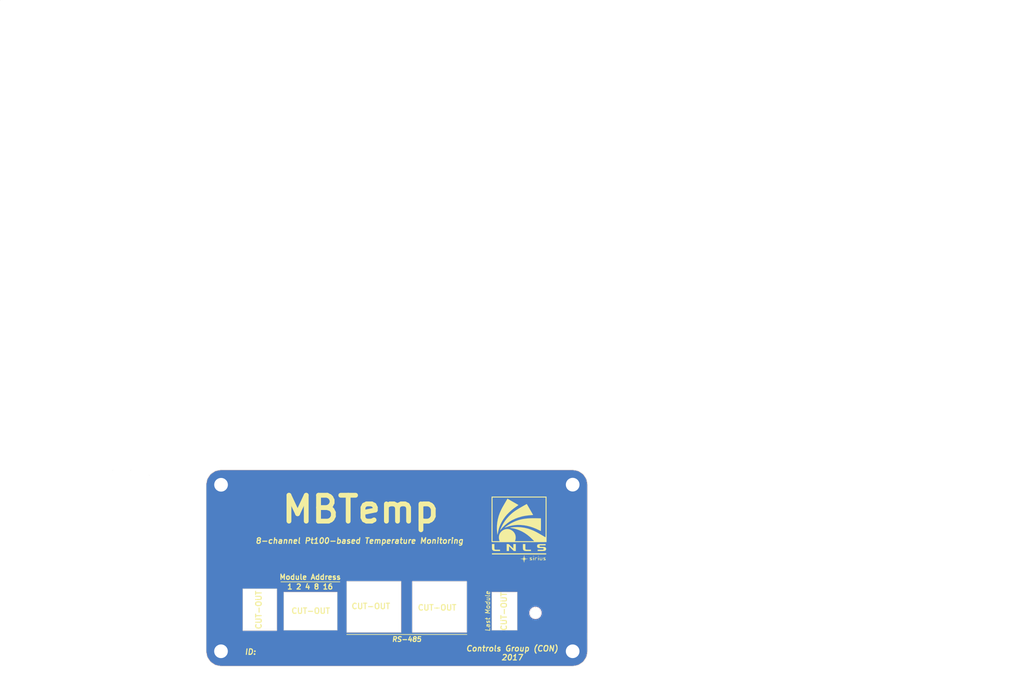
<source format=kicad_pcb>
(kicad_pcb (version 4) (host pcbnew 4.0.4+e1-6308~48~ubuntu15.10.1-stable)

  (general
    (links 3)
    (no_connects 0)
    (area -20.200001 -64.250001 256.514601 121.422161)
    (thickness 1.6)
    (drawings 58)
    (tracks 0)
    (zones 0)
    (modules 6)
    (nets 2)
  )

  (page A4)
  (layers
    (0 F.Cu signal)
    (31 B.Cu signal)
    (32 B.Adhes user)
    (33 F.Adhes user)
    (34 B.Paste user)
    (35 F.Paste user)
    (36 B.SilkS user)
    (37 F.SilkS user)
    (38 B.Mask user)
    (39 F.Mask user)
    (40 Dwgs.User user)
    (41 Cmts.User user)
    (42 Eco1.User user)
    (43 Eco2.User user)
    (44 Edge.Cuts user)
    (45 Margin user)
    (46 B.CrtYd user)
    (47 F.CrtYd user)
    (48 B.Fab user)
    (49 F.Fab user)
  )

  (setup
    (last_trace_width 0.3)
    (user_trace_width 0.3)
    (user_trace_width 0.4)
    (user_trace_width 0.5)
    (user_trace_width 0.6)
    (user_trace_width 0.8)
    (user_trace_width 1)
    (trace_clearance 0.2)
    (zone_clearance 0)
    (zone_45_only no)
    (trace_min 0.2)
    (segment_width 0.2)
    (edge_width 0.15)
    (via_size 0.6)
    (via_drill 0.4)
    (via_min_size 0.4)
    (via_min_drill 0.3)
    (uvia_size 0.3)
    (uvia_drill 0.1)
    (uvias_allowed no)
    (uvia_min_size 0.2)
    (uvia_min_drill 0.1)
    (pcb_text_width 0.3)
    (pcb_text_size 1.5 1.5)
    (mod_edge_width 0.15)
    (mod_text_size 1 1)
    (mod_text_width 0.15)
    (pad_size 6 6)
    (pad_drill 3.7)
    (pad_to_mask_clearance 0.2)
    (aux_axis_origin 0 0)
    (grid_origin 135.39724 84.19084)
    (visible_elements FFFFF77F)
    (pcbplotparams
      (layerselection 0x3ffff_80000001)
      (usegerberextensions false)
      (excludeedgelayer true)
      (linewidth 0.100000)
      (plotframeref false)
      (viasonmask false)
      (mode 1)
      (useauxorigin false)
      (hpglpennumber 1)
      (hpglpenspeed 20)
      (hpglpendiameter 15)
      (hpglpenoverlay 2)
      (psnegative false)
      (psa4output false)
      (plotreference true)
      (plotvalue true)
      (plotinvisibletext false)
      (padsonsilk false)
      (subtractmaskfromsilk false)
      (outputformat 1)
      (mirror false)
      (drillshape 0)
      (scaleselection 1)
      (outputdirectory Gerber/Painel_MBTemp_Frontal/))
  )

  (net 0 "")
  (net 1 GND)

  (net_class Default "This is the default net class."
    (clearance 0.2)
    (trace_width 0.25)
    (via_dia 0.6)
    (via_drill 0.4)
    (uvia_dia 0.3)
    (uvia_drill 0.1)
    (add_net GND)
  )

  (module Pin_Headers:Pin_Header_Straight_1x01_Pitch2.54mm (layer F.Cu) (tedit 59F76A2A) (tstamp 59F76858)
    (at 39.53256 66.74612)
    (descr "Through hole straight pin header, 1x01, 2.54mm pitch, single row")
    (tags "Through hole pin header THT 1x01 2.54mm single row")
    (fp_text reference REF** (at 0 -2.33) (layer F.SilkS) hide
      (effects (font (size 1 1) (thickness 0.15)))
    )
    (fp_text value Pin_Header_Straight_1x01_Pitch2.54mm (at 0 2.33) (layer F.Fab) hide
      (effects (font (size 1 1) (thickness 0.15)))
    )
    (pad 1 thru_hole circle (at 0 0) (size 6 6) (drill 3.7) (layers *.Cu *.Mask)
      (net 1 GND))
    (model ${KISYS3DMOD}/Pin_Headers.3dshapes/Pin_Header_Straight_1x01_Pitch2.54mm.wrl
      (at (xyz 0 0 0))
      (scale (xyz 1 1 1))
      (rotate (xyz 0 0 0))
    )
  )

  (module Pin_Headers:Pin_Header_Straight_1x01_Pitch2.54mm (layer F.Cu) (tedit 59F76A30) (tstamp 59F76A22)
    (at 134.54888 66.71564)
    (descr "Through hole straight pin header, 1x01, 2.54mm pitch, single row")
    (tags "Through hole pin header THT 1x01 2.54mm single row")
    (fp_text reference REF** (at 0 -2.33) (layer F.SilkS) hide
      (effects (font (size 1 1) (thickness 0.15)))
    )
    (fp_text value Pin_Header_Straight_1x01_Pitch2.54mm (at 0 2.33) (layer F.Fab) hide
      (effects (font (size 1 1) (thickness 0.15)))
    )
    (pad 1 thru_hole circle (at 0 0) (size 6 6) (drill 3.7) (layers *.Cu *.Mask)
      (net 1 GND))
    (model ${KISYS3DMOD}/Pin_Headers.3dshapes/Pin_Header_Straight_1x01_Pitch2.54mm.wrl
      (at (xyz 0 0 0))
      (scale (xyz 1 1 1))
      (rotate (xyz 0 0 0))
    )
  )

  (module Pin_Headers:Pin_Header_Straight_1x01_Pitch2.54mm (layer F.Cu) (tedit 59F76A34) (tstamp 59F76A27)
    (at 134.5438 111.73968)
    (descr "Through hole straight pin header, 1x01, 2.54mm pitch, single row")
    (tags "Through hole pin header THT 1x01 2.54mm single row")
    (fp_text reference REF** (at 0 -2.33) (layer F.SilkS) hide
      (effects (font (size 1 1) (thickness 0.15)))
    )
    (fp_text value Pin_Header_Straight_1x01_Pitch2.54mm (at 0 2.33) (layer F.Fab) hide
      (effects (font (size 1 1) (thickness 0.15)))
    )
    (pad 1 thru_hole circle (at 0 0) (size 6 6) (drill 3.7) (layers *.Cu *.Mask)
      (net 1 GND))
    (model ${KISYS3DMOD}/Pin_Headers.3dshapes/Pin_Header_Straight_1x01_Pitch2.54mm.wrl
      (at (xyz 0 0 0))
      (scale (xyz 1 1 1))
      (rotate (xyz 0 0 0))
    )
  )

  (module Pin_Headers:Pin_Header_Straight_1x01_Pitch2.54mm (layer F.Cu) (tedit 59F76961) (tstamp 59F76A34)
    (at 124.49556 101.3714)
    (descr "Through hole straight pin header, 1x01, 2.54mm pitch, single row")
    (tags "Through hole pin header THT 1x01 2.54mm single row")
    (fp_text reference REF** (at 0 -2.33) (layer F.SilkS) hide
      (effects (font (size 1 1) (thickness 0.15)))
    )
    (fp_text value Pin_Header_Straight_1x01_Pitch2.54mm (at 0 2.33) (layer F.Fab) hide
      (effects (font (size 1 1) (thickness 0.15)))
    )
    (pad 1 thru_hole circle (at 0 0) (size 3 3) (drill 3) (layers *.Cu *.Mask))
    (model ${KISYS3DMOD}/Pin_Headers.3dshapes/Pin_Header_Straight_1x01_Pitch2.54mm.wrl
      (at (xyz 0 0 0))
      (scale (xyz 1 1 1))
      (rotate (xyz 0 0 0))
    )
  )

  (module Pin_Headers:Pin_Header_Straight_1x01_Pitch2.54mm (layer F.Cu) (tedit 59F76A38) (tstamp 59F76A2F)
    (at 39.51732 111.73968)
    (descr "Through hole straight pin header, 1x01, 2.54mm pitch, single row")
    (tags "Through hole pin header THT 1x01 2.54mm single row")
    (fp_text reference REF** (at 0 -2.33) (layer F.SilkS) hide
      (effects (font (size 1 1) (thickness 0.15)))
    )
    (fp_text value Pin_Header_Straight_1x01_Pitch2.54mm (at 0 2.33) (layer F.Fab) hide
      (effects (font (size 1 1) (thickness 0.15)))
    )
    (pad 1 thru_hole circle (at 0 0) (size 6 6) (drill 3.7) (layers *.Cu *.Mask)
      (net 1 GND))
    (model ${KISYS3DMOD}/Pin_Headers.3dshapes/Pin_Header_Straight_1x01_Pitch2.54mm.wrl
      (at (xyz 0 0 0))
      (scale (xyz 1 1 1))
      (rotate (xyz 0 0 0))
    )
  )

  (module CONTROLE:LNLS_LOGO_Silk (layer F.Cu) (tedit 0) (tstamp 59F90EDF)
    (at 120.08104 78.5876)
    (fp_text reference G*** (at 0 0) (layer F.SilkS) hide
      (effects (font (thickness 0.3)))
    )
    (fp_text value LOGO (at 0.75 0) (layer F.SilkS) hide
      (effects (font (thickness 0.3)))
    )
    (fp_poly (pts (xy 1.364287 7.214795) (xy 1.369937 7.235488) (xy 1.38786 7.326207) (xy 1.407997 7.465123)
      (xy 1.426056 7.622552) (xy 1.426423 7.626257) (xy 1.442664 7.770152) (xy 1.459204 7.883088)
      (xy 1.472737 7.942875) (xy 1.473941 7.945323) (xy 1.511517 7.943959) (xy 1.577803 7.897841)
      (xy 1.586584 7.88981) (xy 1.667171 7.831416) (xy 1.706132 7.83328) (xy 1.693749 7.884314)
      (xy 1.641231 7.952153) (xy 1.586563 8.023599) (xy 1.572479 8.071078) (xy 1.574706 8.074501)
      (xy 1.622047 8.088456) (xy 1.729177 8.105752) (xy 1.877961 8.123742) (xy 1.981912 8.133968)
      (xy 2.189872 8.153713) (xy 2.323016 8.169446) (xy 2.384486 8.182652) (xy 2.377427 8.19481)
      (xy 2.304981 8.207405) (xy 2.170292 8.221917) (xy 2.168769 8.222065) (xy 1.995103 8.239439)
      (xy 1.82101 8.257764) (xy 1.70626 8.270549) (xy 1.517289 8.292564) (xy 1.625257 8.405259)
      (xy 1.692237 8.491092) (xy 1.705054 8.540823) (xy 1.669727 8.543612) (xy 1.592272 8.488621)
      (xy 1.583481 8.480505) (xy 1.53058 8.434908) (xy 1.494411 8.422849) (xy 1.470076 8.454153)
      (xy 1.452677 8.538645) (xy 1.437317 8.686149) (xy 1.428473 8.791455) (xy 1.40698 8.976987)
      (xy 1.379105 9.092732) (xy 1.345891 9.135825) (xy 1.312419 9.11033) (xy 1.297841 9.054402)
      (xy 1.281498 8.942141) (xy 1.266397 8.795222) (xy 1.263139 8.755232) (xy 1.247231 8.586215)
      (xy 1.228552 8.486962) (xy 1.202852 8.449098) (xy 1.16588 8.464248) (xy 1.133231 8.49923)
      (xy 1.076821 8.548354) (xy 1.050292 8.557846) (xy 1.016907 8.532223) (xy 1.028649 8.470816)
      (xy 1.079358 8.396812) (xy 1.097885 8.378623) (xy 1.179769 8.304518) (xy 1.088115 8.278769)
      (xy 0.994294 8.262147) (xy 0.862862 8.249841) (xy 0.801077 8.246873) (xy 0.646188 8.236525)
      (xy 0.492865 8.217983) (xy 0.449385 8.210515) (xy 0.372355 8.194468) (xy 0.348454 8.183148)
      (xy 0.384742 8.173081) (xy 0.488276 8.160792) (xy 0.566615 8.152815) (xy 0.735889 8.135185)
      (xy 0.901507 8.116932) (xy 1.010617 8.104072) (xy 1.181081 8.082818) (xy 1.072082 7.969047)
      (xy 1.005384 7.883719) (xy 0.991127 7.832892) (xy 1.023981 7.827783) (xy 1.098616 7.879611)
      (xy 1.109724 7.88981) (xy 1.177596 7.940502) (xy 1.219525 7.94796) (xy 1.221672 7.945323)
      (xy 1.234984 7.892217) (xy 1.25152 7.785265) (xy 1.266441 7.659076) (xy 1.284416 7.500964)
      (xy 1.303964 7.352871) (xy 1.31721 7.268307) (xy 1.334407 7.180892) (xy 1.347121 7.164909)
      (xy 1.364287 7.214795)) (layer F.SilkS) (width 0.01))
    (fp_poly (pts (xy 3.327469 7.817974) (xy 3.401775 7.829448) (xy 3.43301 7.855364) (xy 3.438769 7.893538)
      (xy 3.429826 7.937936) (xy 3.390871 7.961541) (xy 3.303714 7.970698) (xy 3.214077 7.971905)
      (xy 2.989385 7.972119) (xy 3.253154 8.130378) (xy 3.396533 8.222537) (xy 3.479813 8.293401)
      (xy 3.514277 8.353493) (xy 3.516923 8.376349) (xy 3.502315 8.462341) (xy 3.450265 8.517264)
      (xy 3.348436 8.547025) (xy 3.184491 8.557531) (xy 3.137877 8.557846) (xy 2.990445 8.555901)
      (xy 2.904734 8.547073) (xy 2.864346 8.526869) (xy 2.852884 8.490797) (xy 2.852615 8.479692)
      (xy 2.860882 8.436712) (xy 2.897387 8.413039) (xy 2.979692 8.403016) (xy 3.096846 8.401007)
      (xy 3.341077 8.400477) (xy 3.096846 8.255715) (xy 2.964678 8.172151) (xy 2.889366 8.108032)
      (xy 2.857084 8.049452) (xy 2.852615 8.01006) (xy 2.868143 7.913587) (xy 2.923111 7.853788)
      (xy 3.030101 7.82346) (xy 3.192585 7.815384) (xy 3.327469 7.817974)) (layer F.SilkS) (width 0.01))
    (fp_poly (pts (xy 3.933411 7.817962) (xy 3.961954 7.835455) (xy 3.977635 7.882504) (xy 3.984307 7.973746)
      (xy 3.985821 8.123821) (xy 3.985846 8.186615) (xy 3.985168 8.358593) (xy 3.980564 8.467056)
      (xy 3.968183 8.526644) (xy 3.944172 8.551996) (xy 3.904678 8.557752) (xy 3.888154 8.557846)
      (xy 3.842896 8.555268) (xy 3.814353 8.537774) (xy 3.798672 8.490726) (xy 3.792001 8.399484)
      (xy 3.790486 8.249409) (xy 3.790461 8.186615) (xy 3.79114 8.014637) (xy 3.795743 7.906174)
      (xy 3.808124 7.846586) (xy 3.832136 7.821233) (xy 3.871629 7.815478) (xy 3.888154 7.815384)
      (xy 3.933411 7.817962)) (layer F.SilkS) (width 0.01))
    (fp_poly (pts (xy 4.734238 7.817974) (xy 4.808545 7.829448) (xy 4.839779 7.855364) (xy 4.845538 7.893538)
      (xy 4.83621 7.938703) (xy 4.795876 7.962231) (xy 4.706016 7.970858) (xy 4.630615 7.971692)
      (xy 4.415692 7.971692) (xy 4.415692 8.264769) (xy 4.413846 8.414615) (xy 4.405429 8.502536)
      (xy 4.386122 8.544728) (xy 4.351607 8.557386) (xy 4.337538 8.557846) (xy 4.299171 8.551532)
      (xy 4.275907 8.522288) (xy 4.264023 8.45466) (xy 4.259796 8.333196) (xy 4.259385 8.233507)
      (xy 4.265283 8.052362) (xy 4.2819 7.923926) (xy 4.306277 7.862276) (xy 4.369803 7.836708)
      (xy 4.4867 7.819891) (xy 4.599354 7.815384) (xy 4.734238 7.817974)) (layer F.SilkS) (width 0.01))
    (fp_poly (pts (xy 5.262026 7.817962) (xy 5.290569 7.835455) (xy 5.306251 7.882504) (xy 5.312922 7.973746)
      (xy 5.314437 8.123821) (xy 5.314461 8.186615) (xy 5.313783 8.358593) (xy 5.309179 8.467056)
      (xy 5.296798 8.526644) (xy 5.272787 8.551996) (xy 5.233294 8.557752) (xy 5.216769 8.557846)
      (xy 5.171512 8.555268) (xy 5.142969 8.537774) (xy 5.127288 8.490726) (xy 5.120616 8.399484)
      (xy 5.119102 8.249409) (xy 5.119077 8.186615) (xy 5.119755 8.014637) (xy 5.124359 7.906174)
      (xy 5.13674 7.846586) (xy 5.160751 7.821233) (xy 5.200244 7.815478) (xy 5.216769 7.815384)
      (xy 5.262026 7.817962)) (layer F.SilkS) (width 0.01))
    (fp_poly (pts (xy 6.212521 7.821698) (xy 6.235785 7.850942) (xy 6.247669 7.91857) (xy 6.251896 8.040033)
      (xy 6.252308 8.139723) (xy 6.246409 8.320868) (xy 6.229792 8.449304) (xy 6.205415 8.510953)
      (xy 6.146323 8.533101) (xy 6.03652 8.548859) (xy 5.902108 8.557308) (xy 5.769189 8.557526)
      (xy 5.663863 8.548596) (xy 5.614051 8.531794) (xy 5.602392 8.483406) (xy 5.593429 8.376289)
      (xy 5.588523 8.229856) (xy 5.588 8.160564) (xy 5.589352 7.995317) (xy 5.595676 7.893202)
      (xy 5.610367 7.839211) (xy 5.636824 7.818336) (xy 5.666154 7.815384) (xy 5.706113 7.822306)
      (xy 5.729558 7.85387) (xy 5.74081 7.926271) (xy 5.744185 8.055705) (xy 5.744308 8.108461)
      (xy 5.744308 8.401538) (xy 6.096 8.401538) (xy 6.096 8.108461) (xy 6.097846 7.958614)
      (xy 6.106263 7.870693) (xy 6.12557 7.828502) (xy 6.160086 7.815844) (xy 6.174154 7.815384)
      (xy 6.212521 7.821698)) (layer F.SilkS) (width 0.01))
    (fp_poly (pts (xy 7.0007 7.817974) (xy 7.075006 7.829448) (xy 7.10624 7.855364) (xy 7.112 7.893538)
      (xy 7.103057 7.937936) (xy 7.064102 7.961541) (xy 6.976945 7.970698) (xy 6.887308 7.971905)
      (xy 6.662615 7.972119) (xy 6.926385 8.130378) (xy 7.069764 8.222537) (xy 7.153044 8.293401)
      (xy 7.187508 8.353493) (xy 7.190154 8.376349) (xy 7.175545 8.462341) (xy 7.123495 8.517264)
      (xy 7.021667 8.547025) (xy 6.857722 8.557531) (xy 6.811108 8.557846) (xy 6.663676 8.555901)
      (xy 6.577964 8.547073) (xy 6.537576 8.526869) (xy 6.526115 8.490797) (xy 6.525846 8.479692)
      (xy 6.534112 8.436712) (xy 6.570618 8.413039) (xy 6.652923 8.403016) (xy 6.770077 8.401007)
      (xy 7.014308 8.400477) (xy 6.770077 8.255715) (xy 6.637909 8.172151) (xy 6.562597 8.108032)
      (xy 6.530315 8.049452) (xy 6.525846 8.01006) (xy 6.541373 7.913587) (xy 6.596342 7.853788)
      (xy 6.703332 7.82346) (xy 6.865815 7.815384) (xy 7.0007 7.817974)) (layer F.SilkS) (width 0.01))
    (fp_poly (pts (xy 0.976923 7.756769) (xy 0.957385 7.776307) (xy 0.937846 7.756769) (xy 0.957385 7.73723)
      (xy 0.976923 7.756769)) (layer F.SilkS) (width 0.01))
    (fp_poly (pts (xy 3.96476 7.403855) (xy 3.985846 7.463692) (xy 3.96295 7.524977) (xy 3.888154 7.541846)
      (xy 3.811547 7.523529) (xy 3.790461 7.463692) (xy 3.813358 7.402406) (xy 3.888154 7.385538)
      (xy 3.96476 7.403855)) (layer F.SilkS) (width 0.01))
    (fp_poly (pts (xy 5.293376 7.403855) (xy 5.314461 7.463692) (xy 5.291565 7.524977) (xy 5.216769 7.541846)
      (xy 5.140162 7.523529) (xy 5.119077 7.463692) (xy 5.141973 7.402406) (xy 5.216769 7.385538)
      (xy 5.293376 7.403855)) (layer F.SilkS) (width 0.01))
    (fp_poly (pts (xy 7.307385 6.994769) (xy -7.346462 6.994769) (xy -7.346462 6.682153) (xy 7.307385 6.682153)
      (xy 7.307385 6.994769)) (layer F.SilkS) (width 0.01))
    (fp_poly (pts (xy -6.682154 4.847314) (xy -6.682425 5.127233) (xy -6.676852 5.338666) (xy -6.655856 5.491193)
      (xy -6.609858 5.594394) (xy -6.529277 5.657848) (xy -6.404535 5.691135) (xy -6.226052 5.703833)
      (xy -5.984248 5.705523) (xy -5.824238 5.70523) (xy -5.158154 5.70523) (xy -5.158154 6.056923)
      (xy -5.990028 6.056923) (xy -6.267895 6.056482) (xy -6.47961 6.054461) (xy -6.63717 6.049811)
      (xy -6.752576 6.041483) (xy -6.837826 6.02843) (xy -6.904919 6.009602) (xy -6.965855 5.983952)
      (xy -6.996259 5.969) (xy -7.145481 5.867041) (xy -7.249932 5.72337) (xy -7.258539 5.70672)
      (xy -7.290773 5.637245) (xy -7.314034 5.567052) (xy -7.32977 5.482154) (xy -7.339426 5.36857)
      (xy -7.344449 5.212315) (xy -7.346285 4.999405) (xy -7.346462 4.856796) (xy -7.346462 4.18123)
      (xy -6.682154 4.18123) (xy -6.682154 4.847314)) (layer F.SilkS) (width 0.01))
    (fp_poly (pts (xy -0.898769 6.056923) (xy -1.464522 6.056923) (xy -2.099953 5.422367) (xy -2.735385 4.787811)
      (xy -2.735385 6.056923) (xy -3.360615 6.056923) (xy -3.360615 4.18123) (xy -3.096846 4.182116)
      (xy -2.833077 4.183003) (xy -1.563077 5.399827) (xy -1.563077 4.18123) (xy -0.898769 4.18123)
      (xy -0.898769 6.056923)) (layer F.SilkS) (width 0.01))
    (fp_poly (pts (xy 1.680308 4.847314) (xy 1.680667 5.090149) (xy 1.682798 5.267373) (xy 1.688279 5.391531)
      (xy 1.698689 5.475167) (xy 1.715607 5.530823) (xy 1.740612 5.571044) (xy 1.775284 5.608374)
      (xy 1.776224 5.609314) (xy 1.813636 5.644231) (xy 1.853646 5.669444) (xy 1.908798 5.686534)
      (xy 1.991635 5.697078) (xy 2.114702 5.702656) (xy 2.290541 5.704847) (xy 2.531696 5.70523)
      (xy 3.204308 5.70523) (xy 3.204308 6.056923) (xy 2.372434 6.056923) (xy 2.094566 6.056482)
      (xy 1.882852 6.054461) (xy 1.725291 6.049811) (xy 1.609886 6.041483) (xy 1.524636 6.02843)
      (xy 1.457542 6.009602) (xy 1.396607 5.983952) (xy 1.366203 5.969) (xy 1.216981 5.867041)
      (xy 1.112529 5.72337) (xy 1.103923 5.70672) (xy 1.071689 5.637245) (xy 1.048427 5.567052)
      (xy 1.032692 5.482154) (xy 1.023036 5.36857) (xy 1.018013 5.212315) (xy 1.016176 4.999405)
      (xy 1.016 4.856796) (xy 1.016 4.18123) (xy 1.680308 4.18123) (xy 1.680308 4.847314)) (layer F.SilkS) (width 0.01))
    (fp_poly (pts (xy 7.151077 4.532923) (xy 5.589802 4.532923) (xy 5.527508 4.627994) (xy 5.492442 4.739362)
      (xy 5.529325 4.840732) (xy 5.632087 4.917541) (xy 5.651535 4.925562) (xy 5.724185 4.938672)
      (xy 5.858443 4.949778) (xy 6.03777 4.957986) (xy 6.245629 4.962403) (xy 6.342775 4.962915)
      (xy 6.576338 4.964018) (xy 6.74613 4.968241) (xy 6.866517 4.977154) (xy 6.951864 4.992329)
      (xy 7.01654 5.015335) (xy 7.065505 5.041924) (xy 7.19788 5.165042) (xy 7.278549 5.328998)
      (xy 7.303122 5.512428) (xy 7.267208 5.693967) (xy 7.218682 5.787375) (xy 7.161585 5.866431)
      (xy 7.101662 5.928354) (xy 7.028969 5.975224) (xy 6.933561 6.009121) (xy 6.805493 6.032122)
      (xy 6.634823 6.046309) (xy 6.411604 6.05376) (xy 6.125893 6.056555) (xy 5.929923 6.056862)
      (xy 5.001846 6.056923) (xy 5.001846 5.70523) (xy 5.75779 5.70523) (xy 6.021521 5.704621)
      (xy 6.218186 5.70215) (xy 6.358866 5.696852) (xy 6.454643 5.687762) (xy 6.516599 5.673915)
      (xy 6.555816 5.654347) (xy 6.578405 5.633769) (xy 6.636508 5.523833) (xy 6.624101 5.414954)
      (xy 6.556228 5.336215) (xy 6.50673 5.312108) (xy 6.430062 5.295015) (xy 6.314211 5.283901)
      (xy 6.147161 5.277728) (xy 5.916899 5.275462) (xy 5.850903 5.275384) (xy 5.579027 5.272982)
      (xy 5.373023 5.26362) (xy 5.220699 5.244069) (xy 5.109862 5.211097) (xy 5.028318 5.161473)
      (xy 4.963876 5.091966) (xy 4.92211 5.029256) (xy 4.860707 4.864272) (xy 4.849104 4.675259)
      (xy 4.887466 4.496776) (xy 4.919225 4.432103) (xy 4.968871 4.359156) (xy 5.024941 4.301815)
      (xy 5.096981 4.258221) (xy 5.19454 4.226518) (xy 5.327166 4.20485) (xy 5.504406 4.19136)
      (xy 5.735808 4.184192) (xy 6.030921 4.181488) (xy 6.209367 4.18123) (xy 7.151077 4.18123)
      (xy 7.151077 4.532923)) (layer F.SilkS) (width 0.01))
    (fp_poly (pts (xy 7.405077 3.653692) (xy -0.010957 3.663562) (xy -0.936873 3.664703) (xy -1.787446 3.665549)
      (xy -2.565485 3.666086) (xy -3.273799 3.666298) (xy -3.9152 3.66617) (xy -4.492496 3.665689)
      (xy -5.008496 3.664839) (xy -5.466012 3.663605) (xy -5.867853 3.661973) (xy -6.216827 3.659928)
      (xy -6.515746 3.657455) (xy -6.767419 3.654539) (xy -6.974655 3.651166) (xy -7.140265 3.64732)
      (xy -7.267058 3.642988) (xy -7.357843 3.638154) (xy -7.415431 3.632803) (xy -7.442632 3.626921)
      (xy -7.445608 3.624485) (xy -7.447632 3.580551) (xy -7.449468 3.462691) (xy -7.451111 3.27513)
      (xy -7.452555 3.022096) (xy -7.453794 2.707815) (xy -7.454822 2.336513) (xy -7.455633 1.912419)
      (xy -7.456222 1.439757) (xy -7.456582 0.922756) (xy -7.456708 0.365642) (xy -7.456593 -0.22736)
      (xy -7.456233 -0.852021) (xy -7.45562 -1.504115) (xy -7.454749 -2.179416) (xy -7.45419 -2.54)
      (xy -7.444571 -8.401539) (xy -7.190154 -8.401539) (xy -7.190154 3.399692) (xy -6.232769 3.399692)
      (xy -5.968539 3.399258) (xy -5.732246 3.398039) (xy -5.534459 3.396158) (xy -5.385749 3.393737)
      (xy -5.296683 3.3909) (xy -5.275385 3.388568) (xy -5.287711 3.349064) (xy -5.319874 3.256961)
      (xy -5.360501 3.144337) (xy -5.424266 2.900854) (xy -5.460591 2.612609) (xy -5.468745 2.308288)
      (xy -5.447997 2.016577) (xy -5.397616 1.766163) (xy -5.395779 1.760049) (xy -5.239485 1.372098)
      (xy -5.02282 1.025841) (xy -4.753333 0.726974) (xy -4.438574 0.481195) (xy -4.086092 0.2942)
      (xy -3.703437 0.171685) (xy -3.298158 0.119348) (xy -3.219411 0.117808) (xy -2.904822 0.132754)
      (xy -2.628679 0.184244) (xy -2.356743 0.280103) (xy -2.207846 0.348989) (xy -1.844385 0.569215)
      (xy -1.535707 0.841101) (xy -1.285678 1.157526) (xy -1.098159 1.51137) (xy -0.977016 1.895511)
      (xy -0.926112 2.302829) (xy -0.943118 2.679916) (xy -0.972721 2.859882) (xy -1.014218 3.041174)
      (xy -1.056606 3.178657) (xy -1.098683 3.290969) (xy -1.126508 3.368325) (xy -1.133211 3.389923)
      (xy -1.095206 3.391585) (xy -0.985454 3.393159) (xy -0.810363 3.394619) (xy -0.576341 3.395942)
      (xy -0.289795 3.397104) (xy 0.042867 3.39808) (xy 0.415237 3.398847) (xy 0.820909 3.399381)
      (xy 1.253475 3.399658) (xy 1.471783 3.399692) (xy 4.076797 3.399692) (xy 3.591706 2.907758)
      (xy 2.911478 2.263027) (xy 2.216749 1.694352) (xy 1.505605 1.200657) (xy 0.776132 0.780864)
      (xy 0.026417 0.433897) (xy -0.745455 0.158677) (xy -1.541397 -0.045872) (xy -1.719385 -0.081394)
      (xy -1.937685 -0.123384) (xy -2.131563 -0.161841) (xy -2.286897 -0.193872) (xy -2.389563 -0.216582)
      (xy -2.422769 -0.225474) (xy -2.424982 -0.242774) (xy -2.357953 -0.26417) (xy -2.230413 -0.288425)
      (xy -2.051091 -0.314304) (xy -1.828719 -0.340569) (xy -1.572026 -0.365984) (xy -1.289743 -0.389314)
      (xy -1.239956 -0.392975) (xy -0.392436 -0.415889) (xy 0.466554 -0.364475) (xy 1.32999 -0.240344)
      (xy 2.19085 -0.045102) (xy 3.04211 0.219643) (xy 3.876748 0.552281) (xy 4.68774 0.951206)
      (xy 4.729365 0.97386) (xy 4.900041 1.068571) (xy 5.122508 1.194084) (xy 5.381228 1.341517)
      (xy 5.660662 1.501986) (xy 5.945274 1.666609) (xy 6.162432 1.793099) (xy 6.408117 1.936252)
      (xy 6.631571 2.065584) (xy 6.823997 2.176074) (xy 6.976598 2.262699) (xy 7.080576 2.320438)
      (xy 7.127136 2.344269) (xy 7.128528 2.344615) (xy 7.13122 2.306282) (xy 7.133819 2.194256)
      (xy 7.136308 2.013) (xy 7.138669 1.766974) (xy 7.140881 1.460642) (xy 7.142927 1.098463)
      (xy 7.144788 0.684899) (xy 7.146444 0.224413) (xy 7.147878 -0.278534) (xy 7.149071 -0.819481)
      (xy 7.150004 -1.393967) (xy 7.150657 -1.997528) (xy 7.151014 -2.625705) (xy 7.151077 -3.028462)
      (xy 7.151077 -8.401539) (xy -7.190154 -8.401539) (xy -7.444571 -8.401539) (xy -7.444154 -8.655539)
      (xy 7.405077 -8.655539) (xy 7.405077 3.653692)) (layer F.SilkS) (width 0.01))
    (fp_poly (pts (xy -3.029847 -8.013203) (xy -2.958267 -7.970998) (xy -2.828937 -7.895832) (xy -2.651966 -7.793509)
      (xy -2.437465 -7.669836) (xy -2.195543 -7.53062) (xy -1.936311 -7.381665) (xy -1.669878 -7.228779)
      (xy -1.406354 -7.077767) (xy -1.15585 -6.934435) (xy -0.928475 -6.804591) (xy -0.734339 -6.69404)
      (xy -0.615528 -6.626656) (xy -0.455103 -6.534078) (xy -0.322934 -6.454316) (xy -0.232087 -6.395507)
      (xy -0.195629 -6.365792) (xy -0.195451 -6.364994) (xy -0.225898 -6.335258) (xy -0.309229 -6.271027)
      (xy -0.43335 -6.181232) (xy -0.586167 -6.074806) (xy -0.615462 -6.054796) (xy -1.386469 -5.502773)
      (xy -2.084122 -4.945683) (xy -2.713221 -4.378384) (xy -3.278565 -3.795732) (xy -3.784954 -3.192583)
      (xy -4.237188 -2.563796) (xy -4.640066 -1.904225) (xy -4.843614 -1.524) (xy -5.058874 -1.08115)
      (xy -5.23821 -0.661742) (xy -5.38906 -0.243876) (xy -5.518861 0.194347) (xy -5.635052 0.674826)
      (xy -5.705556 1.013868) (xy -5.75986 1.282454) (xy -5.802053 1.476242) (xy -5.832737 1.597545)
      (xy -5.852513 1.648677) (xy -5.861983 1.631952) (xy -5.862778 1.618435) (xy -5.868673 1.566675)
      (xy -5.883566 1.455936) (xy -5.904943 1.304541) (xy -5.921295 1.191846) (xy -5.942936 1.01258)
      (xy -5.964257 0.780034) (xy -5.98333 0.519065) (xy -5.998224 0.25453) (xy -6.003204 0.136769)
      (xy -5.997525 -0.761071) (xy -5.914041 -1.655805) (xy -5.753082 -2.546141) (xy -5.514976 -3.430784)
      (xy -5.200053 -4.308441) (xy -4.80864 -5.177819) (xy -4.507235 -5.748829) (xy -4.409193 -5.922284)
      (xy -4.28059 -6.147043) (xy -4.130647 -6.407141) (xy -3.96859 -6.686613) (xy -3.80364 -6.969494)
      (xy -3.689994 -7.163373) (xy -3.148463 -8.084935) (xy -3.029847 -8.013203)) (layer F.SilkS) (width 0.01))
    (fp_poly (pts (xy 4.504447 -2.798666) (xy 4.713065 -2.794214) (xy 5.900615 -2.765485) (xy 5.900615 -1.050589)
      (xy 5.89997 -0.693121) (xy 5.898125 -0.361043) (xy 5.895214 -0.062231) (xy 5.891373 0.195439)
      (xy 5.886737 0.40409) (xy 5.88144 0.555845) (xy 5.875617 0.642827) (xy 5.871308 0.660958)
      (xy 5.826968 0.643015) (xy 5.727489 0.59654) (xy 5.587371 0.528471) (xy 5.421116 0.445749)
      (xy 5.412154 0.44124) (xy 4.562649 0.041877) (xy 3.734848 -0.288667) (xy 2.919088 -0.553159)
      (xy 2.105708 -0.754364) (xy 1.285044 -0.895047) (xy 0.455981 -0.97742) (xy -0.342453 -0.997117)
      (xy -1.125824 -0.949298) (xy -1.904715 -0.832414) (xy -2.689712 -0.644918) (xy -3.421321 -0.410544)
      (xy -3.584752 -0.354627) (xy -3.722025 -0.312285) (xy -3.815898 -0.288566) (xy -3.8471 -0.285906)
      (xy -3.842909 -0.314364) (xy -3.780445 -0.377254) (xy -3.668383 -0.468687) (xy -3.515399 -0.582775)
      (xy -3.33017 -0.713629) (xy -3.121371 -0.85536) (xy -2.897678 -1.00208) (xy -2.667769 -1.1479)
      (xy -2.440317 -1.28693) (xy -2.224 -1.413284) (xy -2.027494 -1.521071) (xy -2.026498 -1.521595)
      (xy -1.463464 -1.799984) (xy -0.902593 -2.040701) (xy -0.335569 -2.245315) (xy 0.245923 -2.415398)
      (xy 0.850202 -2.552519) (xy 1.485582 -2.658249) (xy 2.16038 -2.734158) (xy 2.882913 -2.781817)
      (xy 3.661497 -2.802796) (xy 4.504447 -2.798666)) (layer F.SilkS) (width 0.01))
    (fp_poly (pts (xy 2.167159 -6.476359) (xy 2.216689 -6.394134) (xy 2.295921 -6.259859) (xy 2.399903 -6.082123)
      (xy 2.523683 -5.869515) (xy 2.662311 -5.630623) (xy 2.810833 -5.374038) (xy 2.964299 -5.108348)
      (xy 3.117756 -4.842142) (xy 3.266254 -4.584009) (xy 3.404841 -4.342539) (xy 3.528564 -4.126321)
      (xy 3.632472 -3.943943) (xy 3.711614 -3.803995) (xy 3.761038 -3.715066) (xy 3.775995 -3.685681)
      (xy 3.737043 -3.68025) (xy 3.632456 -3.669417) (xy 3.474479 -3.654349) (xy 3.275353 -3.636213)
      (xy 3.047424 -3.616187) (xy 2.469228 -3.560252) (xy 1.95412 -3.497116) (xy 1.487184 -3.424465)
      (xy 1.053506 -3.339986) (xy 0.648485 -3.244029) (xy -0.235678 -2.984577) (xy -1.061026 -2.676429)
      (xy -1.831871 -2.316964) (xy -2.552524 -1.903563) (xy -3.227295 -1.433605) (xy -3.860498 -0.904472)
      (xy -4.456442 -0.313543) (xy -4.786778 0.058615) (xy -4.921968 0.21794) (xy -5.01449 0.326112)
      (xy -5.072408 0.391427) (xy -5.103791 0.422178) (xy -5.116703 0.426661) (xy -5.119211 0.41317)
      (xy -5.119077 0.400331) (xy -5.103389 0.341419) (xy -5.060501 0.22635) (xy -4.996674 0.069598)
      (xy -4.91817 -0.114367) (xy -4.831253 -0.311073) (xy -4.742185 -0.506048) (xy -4.657227 -0.68482)
      (xy -4.599194 -0.801077) (xy -4.212116 -1.495836) (xy -3.791153 -2.134992) (xy -3.321986 -2.738609)
      (xy -2.814162 -3.302) (xy -2.498358 -3.62135) (xy -2.188103 -3.915002) (xy -1.873717 -4.190105)
      (xy -1.545521 -4.453809) (xy -1.193835 -4.713263) (xy -0.808981 -4.975615) (xy -0.381278 -5.248016)
      (xy 0.098952 -5.537614) (xy 0.625231 -5.842352) (xy 0.84581 -5.967637) (xy 1.077545 -6.098483)
      (xy 1.307337 -6.227569) (xy 1.522088 -6.347576) (xy 1.708696 -6.451186) (xy 1.854063 -6.531077)
      (xy 1.945089 -6.579931) (xy 1.947297 -6.581075) (xy 2.064713 -6.641793) (xy 2.167159 -6.476359)) (layer F.SilkS) (width 0.01))
  )

  (gr_text "8-channel Pt100-based Temperature Monitoring" (at 76.962 81.8896) (layer F.SilkS)
    (effects (font (size 1.5 1.5) (thickness 0.3) italic))
  )
  (gr_text MBTemp (at 77.216 73.406) (layer F.SilkS)
    (effects (font (size 7 7) (thickness 1.3)))
  )
  (gr_line (start 55.71236 92.97416) (end 71.63816 92.97416) (angle 90) (layer F.SilkS) (width 0.2))
  (gr_text "Module Address" (at 63.61684 91.68892) (layer F.SilkS)
    (effects (font (size 1.4 1.4) (thickness 0.3)))
  )
  (gr_text "1 2 4 8 16" (at 63.59144 94.30004) (layer F.SilkS)
    (effects (font (size 1.4 1.4) (thickness 0.3)))
  )
  (gr_line (start 73.49236 107.20324) (end 105.96372 107.20324) (angle 90) (layer F.SilkS) (width 0.2))
  (gr_text RS-485 (at 89.7128 108.5088) (layer F.SilkS)
    (effects (font (size 1.3 1.3) (thickness 0.3) italic))
  )
  (gr_text ID: (at 47.4726 111.90224) (layer F.SilkS)
    (effects (font (size 1.5 1.5) (thickness 0.3) italic))
  )
  (gr_text "Controls Group (CON)\n2017" (at 118.2116 112.20704) (layer F.SilkS)
    (effects (font (size 1.5 1.5) (thickness 0.3) italic))
  )
  (gr_text CUT-OUT (at 115.9764 100.965 90) (layer F.SilkS)
    (effects (font (size 1.5 1.5) (thickness 0.3)))
  )
  (gr_text CUT-OUT (at 49.70272 100.57384 90) (layer F.SilkS)
    (effects (font (size 1.5 1.5) (thickness 0.3)))
  )
  (gr_text CUT-OUT (at 63.754 100.838) (layer F.SilkS)
    (effects (font (size 1.5 1.5) (thickness 0.3)))
  )
  (gr_text CUT-OUT (at 97.917 99.949) (layer F.SilkS)
    (effects (font (size 1.5 1.5) (thickness 0.3)))
  )
  (gr_text CUT-OUT (at 80.01 99.568) (layer F.SilkS)
    (effects (font (size 1.5 1.5) (thickness 0.3)))
  )
  (gr_text "Last Module" (at 111.59236 100.90912 90) (layer F.SilkS)
    (effects (font (size 1.2 1.2) (thickness 0.2) italic))
  )
  (gr_line (start 70.947522 95.74804) (end 70.947522 106.04804) (layer Edge.Cuts) (width 0.1))
  (gr_line (start 56.487522 95.74804) (end 70.947522 95.74804) (layer Edge.Cuts) (width 0.1))
  (gr_line (start 56.487522 106.04804) (end 56.487522 95.74804) (layer Edge.Cuts) (width 0.1))
  (gr_line (start 70.947522 106.04804) (end 56.487522 106.04804) (layer Edge.Cuts) (width 0.1))
  (gr_line (start 119.562522 95.74804) (end 119.562522 106.04804) (layer Edge.Cuts) (width 0.1))
  (gr_line (start 112.712522 95.74804) (end 119.562522 95.74804) (layer Edge.Cuts) (width 0.1))
  (gr_line (start 112.712522 106.04804) (end 112.712522 95.74804) (layer Edge.Cuts) (width 0.1))
  (gr_line (start 119.562522 106.04804) (end 112.712522 106.04804) (layer Edge.Cuts) (width 0.1))
  (gr_line (start 138.535722 108.44804) (end 138.535722 106.84804) (layer Edge.Cuts) (width 0.1))
  (gr_line (start 105.925522 106.64804) (end 91.225522 106.64804) (layer Edge.Cuts) (width 0.1))
  (gr_line (start 105.925522 92.84804) (end 105.925522 106.64804) (layer Edge.Cuts) (width 0.1))
  (gr_line (start 91.225522 92.84804) (end 105.925522 92.84804) (layer Edge.Cuts) (width 0.1))
  (gr_line (start 91.225522 106.64804) (end 91.225522 92.84804) (layer Edge.Cuts) (width 0.1))
  (gr_line (start 91.725522 106.64804) (end 91.225522 106.64804) (layer Edge.Cuts) (width 0.1))
  (gr_line (start 88.175522 106.64804) (end 73.475522 106.64804) (layer Edge.Cuts) (width 0.1))
  (gr_line (start 88.175522 92.84804) (end 88.175522 106.64804) (layer Edge.Cuts) (width 0.1))
  (gr_line (start 73.475522 92.84804) (end 88.175522 92.84804) (layer Edge.Cuts) (width 0.1))
  (gr_line (start 73.475522 106.64804) (end 73.475522 92.84804) (layer Edge.Cuts) (width 0.1))
  (gr_line (start 73.975522 106.64804) (end 73.475522 106.64804) (layer Edge.Cuts) (width 0.1))
  (gr_line (start 54.417522 94.84804) (end 54.614822 94.84804) (layer Edge.Cuts) (width 0.1))
  (gr_line (start 54.614822 94.84804) (end 54.617522 95.04804) (layer Edge.Cuts) (width 0.1))
  (gr_line (start 54.614822 106.14804) (end 54.617522 105.94804) (layer Edge.Cuts) (width 0.1))
  (gr_line (start 54.417522 106.14804) (end 54.614822 106.14804) (layer Edge.Cuts) (width 0.1))
  (gr_line (start 45.617522 94.84804) (end 45.420222 94.84804) (layer Edge.Cuts) (width 0.1))
  (gr_line (start 45.420222 94.84804) (end 45.417522 95.04804) (layer Edge.Cuts) (width 0.1))
  (gr_line (start 45.420222 106.14804) (end 45.417522 105.94804) (layer Edge.Cuts) (width 0.1))
  (gr_line (start 45.617522 106.14804) (end 45.420222 106.14804) (layer Edge.Cuts) (width 0.1))
  (gr_line (start 54.617522 105.94804) (end 54.617522 95.04804) (layer Edge.Cuts) (width 0.1))
  (gr_line (start 45.617522 106.14804) (end 54.417522 106.14804) (layer Edge.Cuts) (width 0.1))
  (gr_line (start 45.617522 94.84804) (end 54.417522 94.84804) (layer Edge.Cuts) (width 0.1))
  (gr_line (start 45.417522 95.04804) (end 45.417522 105.94804) (layer Edge.Cuts) (width 0.1))
  (gr_line (start 138.535722 66.72804) (end 138.535722 111.74804) (layer Edge.Cuts) (width 0.1))
  (gr_line (start 35.535722 111.74804) (end 35.535722 66.72804) (layer Edge.Cuts) (width 0.1))
  (gr_arc (start 39.525722 66.72804) (end 39.525722 62.73804) (angle -90) (layer Edge.Cuts) (width 0.1))
  (gr_arc (start 39.525722 111.74804) (end 35.535722 111.74804) (angle -90) (layer Edge.Cuts) (width 0.1))
  (gr_line (start 134.545722 115.73804) (end 39.525722 115.73804) (layer Edge.Cuts) (width 0.1))
  (gr_arc (start 134.545722 111.74804) (end 134.545722 115.73804) (angle -90) (layer Edge.Cuts) (width 0.1))
  (gr_arc (start 134.545722 66.72804) (end 138.535722 66.72804) (angle -90) (layer Edge.Cuts) (width 0.1))
  (gr_line (start 39.525722 62.73804) (end 134.545722 62.73804) (layer Edge.Cuts) (width 0.1))
  (gr_line (start 15.145404 62.85) (end 15.145404 62.85) (layer Edge.Cuts) (width 0.1))
  (gr_line (start -20.15 -64.2) (end -20.15 -64.2) (layer Edge.Cuts) (width 0.1))
  (gr_line (start 20.15 64.2) (end 20.15 64.2) (layer Edge.Cuts) (width 0.1))
  (gr_line (start 10.254596 62.85) (end 10.254596 62.85) (layer Edge.Cuts) (width 0.1))

  (zone (net 1) (net_name GND) (layer F.Cu) (tstamp 59F76A04) (hatch edge 0.508)
    (connect_pads yes (clearance 0))
    (min_thickness 0.254)
    (fill yes (arc_segments 16) (thermal_gap 0.508) (thermal_bridge_width 0.508))
    (polygon
      (pts
        (xy 34.417 60.452) (xy 254.7874 60.97016) (xy 256.0574 121.42216) (xy 32.258 118.745) (xy 33.655 60.706)
      )
    )
    (filled_polygon
      (pts
        (xy 136.003567 63.208491) (xy 137.239468 64.034294) (xy 138.065271 65.270195) (xy 138.358722 66.745473) (xy 138.358722 111.730607)
        (xy 138.065271 113.205885) (xy 137.239468 114.441786) (xy 136.003567 115.267589) (xy 134.528289 115.56104) (xy 39.543155 115.56104)
        (xy 38.067877 115.267589) (xy 36.831976 114.441786) (xy 36.006173 113.205885) (xy 35.712722 111.730607) (xy 35.712722 95.04804)
        (xy 45.240522 95.04804) (xy 45.240522 105.94804) (xy 45.240759 105.949233) (xy 45.240538 105.950429) (xy 45.243238 106.150429)
        (xy 45.250189 106.183065) (xy 45.256695 106.215775) (xy 45.257371 106.216786) (xy 45.257624 106.217976) (xy 45.276529 106.245459)
        (xy 45.295064 106.273198) (xy 45.296076 106.273874) (xy 45.296765 106.274876) (xy 45.324728 106.293019) (xy 45.352487 106.311567)
        (xy 45.353682 106.311805) (xy 45.354701 106.312466) (xy 45.387492 106.31853) (xy 45.420222 106.32504) (xy 54.614822 106.32504)
        (xy 54.647552 106.31853) (xy 54.680343 106.312466) (xy 54.681362 106.311805) (xy 54.682557 106.311567) (xy 54.710316 106.293019)
        (xy 54.738279 106.274876) (xy 54.738968 106.273874) (xy 54.73998 106.273198) (xy 54.758515 106.245459) (xy 54.77742 106.217976)
        (xy 54.777673 106.216786) (xy 54.778349 106.215775) (xy 54.784855 106.183065) (xy 54.791806 106.150429) (xy 54.794506 105.95043)
        (xy 54.794285 105.949233) (xy 54.794522 105.94804) (xy 54.794522 95.74804) (xy 56.310522 95.74804) (xy 56.310522 106.04804)
        (xy 56.323995 106.115775) (xy 56.362364 106.173198) (xy 56.419787 106.211567) (xy 56.487522 106.22504) (xy 70.947522 106.22504)
        (xy 71.015257 106.211567) (xy 71.07268 106.173198) (xy 71.111049 106.115775) (xy 71.124522 106.04804) (xy 71.124522 95.74804)
        (xy 71.111049 95.680305) (xy 71.07268 95.622882) (xy 71.015257 95.584513) (xy 70.947522 95.57104) (xy 56.487522 95.57104)
        (xy 56.419787 95.584513) (xy 56.362364 95.622882) (xy 56.323995 95.680305) (xy 56.310522 95.74804) (xy 54.794522 95.74804)
        (xy 54.794522 95.04804) (xy 54.794285 95.046847) (xy 54.794506 95.04565) (xy 54.791806 94.845651) (xy 54.784855 94.813015)
        (xy 54.778349 94.780305) (xy 54.777673 94.779294) (xy 54.77742 94.778104) (xy 54.758515 94.750621) (xy 54.73998 94.722882)
        (xy 54.738968 94.722206) (xy 54.738279 94.721204) (xy 54.710316 94.703061) (xy 54.682557 94.684513) (xy 54.681362 94.684275)
        (xy 54.680343 94.683614) (xy 54.647552 94.67755) (xy 54.614822 94.67104) (xy 45.420222 94.67104) (xy 45.387492 94.67755)
        (xy 45.354701 94.683614) (xy 45.353682 94.684275) (xy 45.352487 94.684513) (xy 45.324728 94.703061) (xy 45.296765 94.721204)
        (xy 45.296076 94.722206) (xy 45.295064 94.722882) (xy 45.276529 94.750621) (xy 45.257624 94.778104) (xy 45.257371 94.779294)
        (xy 45.256695 94.780305) (xy 45.250189 94.813015) (xy 45.243238 94.845651) (xy 45.240538 95.045651) (xy 45.240759 95.046847)
        (xy 45.240522 95.04804) (xy 35.712722 95.04804) (xy 35.712722 92.84804) (xy 73.298522 92.84804) (xy 73.298522 106.64804)
        (xy 73.311995 106.715775) (xy 73.350364 106.773198) (xy 73.407787 106.811567) (xy 73.475522 106.82504) (xy 88.175522 106.82504)
        (xy 88.243257 106.811567) (xy 88.30068 106.773198) (xy 88.339049 106.715775) (xy 88.352522 106.64804) (xy 88.352522 92.84804)
        (xy 91.048522 92.84804) (xy 91.048522 106.64804) (xy 91.061995 106.715775) (xy 91.100364 106.773198) (xy 91.157787 106.811567)
        (xy 91.225522 106.82504) (xy 105.925522 106.82504) (xy 105.993257 106.811567) (xy 106.05068 106.773198) (xy 106.089049 106.715775)
        (xy 106.102522 106.64804) (xy 106.102522 95.74804) (xy 112.535522 95.74804) (xy 112.535522 106.04804) (xy 112.548995 106.115775)
        (xy 112.587364 106.173198) (xy 112.644787 106.211567) (xy 112.712522 106.22504) (xy 119.562522 106.22504) (xy 119.630257 106.211567)
        (xy 119.68768 106.173198) (xy 119.726049 106.115775) (xy 119.739522 106.04804) (xy 119.739522 101.733218) (xy 122.668244 101.733218)
        (xy 122.945802 102.40496) (xy 123.459296 102.919352) (xy 124.130553 103.198082) (xy 124.857378 103.198716) (xy 125.52912 102.921158)
        (xy 126.043512 102.407664) (xy 126.322242 101.736407) (xy 126.322876 101.009582) (xy 126.045318 100.33784) (xy 125.531824 99.823448)
        (xy 124.860567 99.544718) (xy 124.133742 99.544084) (xy 123.462 99.821642) (xy 122.947608 100.335136) (xy 122.668878 101.006393)
        (xy 122.668244 101.733218) (xy 119.739522 101.733218) (xy 119.739522 95.74804) (xy 119.726049 95.680305) (xy 119.68768 95.622882)
        (xy 119.630257 95.584513) (xy 119.562522 95.57104) (xy 112.712522 95.57104) (xy 112.644787 95.584513) (xy 112.587364 95.622882)
        (xy 112.548995 95.680305) (xy 112.535522 95.74804) (xy 106.102522 95.74804) (xy 106.102522 92.84804) (xy 106.089049 92.780305)
        (xy 106.05068 92.722882) (xy 105.993257 92.684513) (xy 105.925522 92.67104) (xy 91.225522 92.67104) (xy 91.157787 92.684513)
        (xy 91.100364 92.722882) (xy 91.061995 92.780305) (xy 91.048522 92.84804) (xy 88.352522 92.84804) (xy 88.339049 92.780305)
        (xy 88.30068 92.722882) (xy 88.243257 92.684513) (xy 88.175522 92.67104) (xy 73.475522 92.67104) (xy 73.407787 92.684513)
        (xy 73.350364 92.722882) (xy 73.311995 92.780305) (xy 73.298522 92.84804) (xy 35.712722 92.84804) (xy 35.712722 66.745473)
        (xy 36.006173 65.270195) (xy 36.831976 64.034294) (xy 38.067877 63.208491) (xy 39.543155 62.91504) (xy 134.528289 62.91504)
      )
    )
  )
  (zone (net 1) (net_name GND) (layer B.Cu) (tstamp 59F76A17) (hatch edge 0.508)
    (connect_pads yes (clearance 0))
    (min_thickness 0.254)
    (fill yes (arc_segments 16) (thermal_gap 0.508) (thermal_bridge_width 0.508))
    (polygon
      (pts
        (xy 33.655 60.706) (xy 254.9906 59.81192) (xy 256.5146 120.39092) (xy 32.1818 118.19128) (xy 33.75152 60.81776)
      )
    )
    (filled_polygon
      (pts
        (xy 136.003567 63.208491) (xy 137.239468 64.034294) (xy 138.065271 65.270195) (xy 138.358722 66.745473) (xy 138.358722 111.730607)
        (xy 138.065271 113.205885) (xy 137.239468 114.441786) (xy 136.003567 115.267589) (xy 134.528289 115.56104) (xy 39.543155 115.56104)
        (xy 38.067877 115.267589) (xy 36.831976 114.441786) (xy 36.006173 113.205885) (xy 35.712722 111.730607) (xy 35.712722 95.04804)
        (xy 45.240522 95.04804) (xy 45.240522 105.94804) (xy 45.240759 105.949233) (xy 45.240538 105.950429) (xy 45.243238 106.150429)
        (xy 45.250189 106.183065) (xy 45.256695 106.215775) (xy 45.257371 106.216786) (xy 45.257624 106.217976) (xy 45.276529 106.245459)
        (xy 45.295064 106.273198) (xy 45.296076 106.273874) (xy 45.296765 106.274876) (xy 45.324728 106.293019) (xy 45.352487 106.311567)
        (xy 45.353682 106.311805) (xy 45.354701 106.312466) (xy 45.387492 106.31853) (xy 45.420222 106.32504) (xy 54.614822 106.32504)
        (xy 54.647552 106.31853) (xy 54.680343 106.312466) (xy 54.681362 106.311805) (xy 54.682557 106.311567) (xy 54.710316 106.293019)
        (xy 54.738279 106.274876) (xy 54.738968 106.273874) (xy 54.73998 106.273198) (xy 54.758515 106.245459) (xy 54.77742 106.217976)
        (xy 54.777673 106.216786) (xy 54.778349 106.215775) (xy 54.784855 106.183065) (xy 54.791806 106.150429) (xy 54.794506 105.95043)
        (xy 54.794285 105.949233) (xy 54.794522 105.94804) (xy 54.794522 95.74804) (xy 56.310522 95.74804) (xy 56.310522 106.04804)
        (xy 56.323995 106.115775) (xy 56.362364 106.173198) (xy 56.419787 106.211567) (xy 56.487522 106.22504) (xy 70.947522 106.22504)
        (xy 71.015257 106.211567) (xy 71.07268 106.173198) (xy 71.111049 106.115775) (xy 71.124522 106.04804) (xy 71.124522 95.74804)
        (xy 71.111049 95.680305) (xy 71.07268 95.622882) (xy 71.015257 95.584513) (xy 70.947522 95.57104) (xy 56.487522 95.57104)
        (xy 56.419787 95.584513) (xy 56.362364 95.622882) (xy 56.323995 95.680305) (xy 56.310522 95.74804) (xy 54.794522 95.74804)
        (xy 54.794522 95.04804) (xy 54.794285 95.046847) (xy 54.794506 95.04565) (xy 54.791806 94.845651) (xy 54.784855 94.813015)
        (xy 54.778349 94.780305) (xy 54.777673 94.779294) (xy 54.77742 94.778104) (xy 54.758515 94.750621) (xy 54.73998 94.722882)
        (xy 54.738968 94.722206) (xy 54.738279 94.721204) (xy 54.710316 94.703061) (xy 54.682557 94.684513) (xy 54.681362 94.684275)
        (xy 54.680343 94.683614) (xy 54.647552 94.67755) (xy 54.614822 94.67104) (xy 45.420222 94.67104) (xy 45.387492 94.67755)
        (xy 45.354701 94.683614) (xy 45.353682 94.684275) (xy 45.352487 94.684513) (xy 45.324728 94.703061) (xy 45.296765 94.721204)
        (xy 45.296076 94.722206) (xy 45.295064 94.722882) (xy 45.276529 94.750621) (xy 45.257624 94.778104) (xy 45.257371 94.779294)
        (xy 45.256695 94.780305) (xy 45.250189 94.813015) (xy 45.243238 94.845651) (xy 45.240538 95.045651) (xy 45.240759 95.046847)
        (xy 45.240522 95.04804) (xy 35.712722 95.04804) (xy 35.712722 92.84804) (xy 73.298522 92.84804) (xy 73.298522 106.64804)
        (xy 73.311995 106.715775) (xy 73.350364 106.773198) (xy 73.407787 106.811567) (xy 73.475522 106.82504) (xy 88.175522 106.82504)
        (xy 88.243257 106.811567) (xy 88.30068 106.773198) (xy 88.339049 106.715775) (xy 88.352522 106.64804) (xy 88.352522 92.84804)
        (xy 91.048522 92.84804) (xy 91.048522 106.64804) (xy 91.061995 106.715775) (xy 91.100364 106.773198) (xy 91.157787 106.811567)
        (xy 91.225522 106.82504) (xy 105.925522 106.82504) (xy 105.993257 106.811567) (xy 106.05068 106.773198) (xy 106.089049 106.715775)
        (xy 106.102522 106.64804) (xy 106.102522 95.74804) (xy 112.535522 95.74804) (xy 112.535522 106.04804) (xy 112.548995 106.115775)
        (xy 112.587364 106.173198) (xy 112.644787 106.211567) (xy 112.712522 106.22504) (xy 119.562522 106.22504) (xy 119.630257 106.211567)
        (xy 119.68768 106.173198) (xy 119.726049 106.115775) (xy 119.739522 106.04804) (xy 119.739522 101.733218) (xy 122.668244 101.733218)
        (xy 122.945802 102.40496) (xy 123.459296 102.919352) (xy 124.130553 103.198082) (xy 124.857378 103.198716) (xy 125.52912 102.921158)
        (xy 126.043512 102.407664) (xy 126.322242 101.736407) (xy 126.322876 101.009582) (xy 126.045318 100.33784) (xy 125.531824 99.823448)
        (xy 124.860567 99.544718) (xy 124.133742 99.544084) (xy 123.462 99.821642) (xy 122.947608 100.335136) (xy 122.668878 101.006393)
        (xy 122.668244 101.733218) (xy 119.739522 101.733218) (xy 119.739522 95.74804) (xy 119.726049 95.680305) (xy 119.68768 95.622882)
        (xy 119.630257 95.584513) (xy 119.562522 95.57104) (xy 112.712522 95.57104) (xy 112.644787 95.584513) (xy 112.587364 95.622882)
        (xy 112.548995 95.680305) (xy 112.535522 95.74804) (xy 106.102522 95.74804) (xy 106.102522 92.84804) (xy 106.089049 92.780305)
        (xy 106.05068 92.722882) (xy 105.993257 92.684513) (xy 105.925522 92.67104) (xy 91.225522 92.67104) (xy 91.157787 92.684513)
        (xy 91.100364 92.722882) (xy 91.061995 92.780305) (xy 91.048522 92.84804) (xy 88.352522 92.84804) (xy 88.339049 92.780305)
        (xy 88.30068 92.722882) (xy 88.243257 92.684513) (xy 88.175522 92.67104) (xy 73.475522 92.67104) (xy 73.407787 92.684513)
        (xy 73.350364 92.722882) (xy 73.311995 92.780305) (xy 73.298522 92.84804) (xy 35.712722 92.84804) (xy 35.712722 66.745473)
        (xy 36.006173 65.270195) (xy 36.831976 64.034294) (xy 38.067877 63.208491) (xy 39.543155 62.91504) (xy 134.528289 62.91504)
      )
    )
  )
)

</source>
